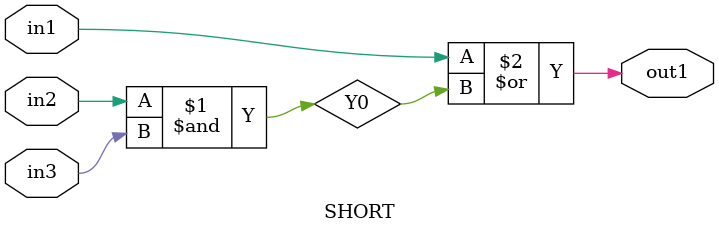
<source format=v>
module SHORT(in1, in2, in3, out1);

input wire in1;
input wire in2;
input wire in3;
output wire out1;

wire Y0;

// SHORT CIRCUIT

and(Y0, in2, in3);
or(out1, in1, Y0);

endmodule

</source>
